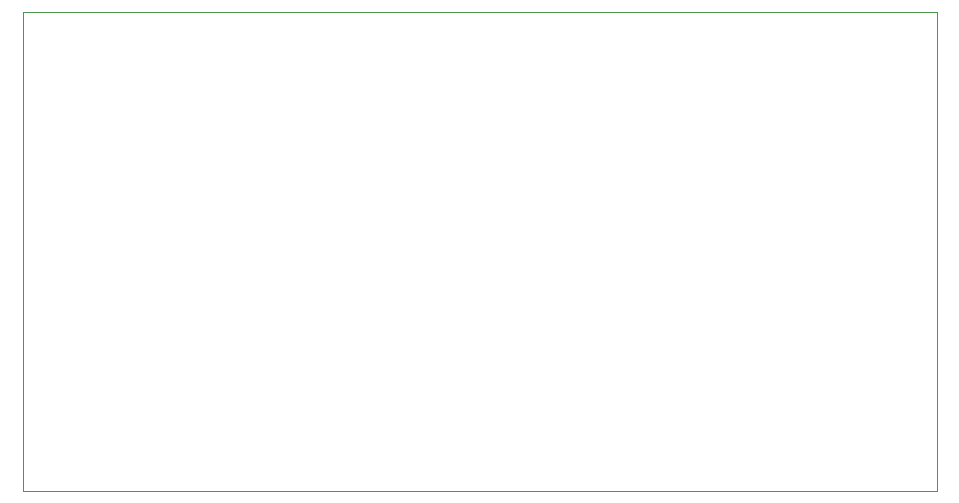
<source format=gbr>
%TF.GenerationSoftware,Altium Limited,Altium Designer,21.0.9 (235)*%
G04 Layer_Color=0*
%FSLAX45Y45*%
%MOMM*%
%TF.SameCoordinates,ED2B7B90-DC9C-465B-8049-FED9E851BE10*%
%TF.FilePolarity,Positive*%
%TF.FileFunction,Profile,NP*%
%TF.Part,Single*%
G01*
G75*
%TA.AperFunction,Profile*%
%ADD55C,0.02540*%
D55*
X0Y0D02*
X7734300D01*
X7734300Y4051300D01*
X0D01*
Y0D01*
%TF.MD5,42607067e3823bbf302ee7b90a49e31c*%
M02*

</source>
